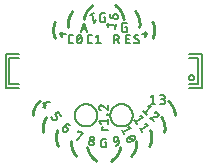
<source format=gto>
G75*
%MOIN*%
%OFA0B0*%
%FSLAX25Y25*%
%IPPOS*%
%LPD*%
%AMOC8*
5,1,8,0,0,1.08239X$1,22.5*
%
%ADD10C,0.00600*%
%ADD11C,0.00787*%
%ADD12C,0.00500*%
%ADD13C,0.01000*%
D10*
X0041045Y0043964D02*
X0041559Y0044600D01*
X0042322Y0043982D01*
X0041559Y0044599D02*
X0041606Y0044653D01*
X0041654Y0044704D01*
X0041706Y0044753D01*
X0041760Y0044798D01*
X0041817Y0044841D01*
X0041876Y0044881D01*
X0041936Y0044917D01*
X0041999Y0044950D01*
X0042063Y0044979D01*
X0042129Y0045005D01*
X0042197Y0045028D01*
X0042265Y0045046D01*
X0042334Y0045061D01*
X0042404Y0045073D01*
X0042475Y0045080D01*
X0042545Y0045084D01*
X0042616Y0045083D01*
X0042687Y0045079D01*
X0042757Y0045071D01*
X0042827Y0045060D01*
X0042896Y0045044D01*
X0042964Y0045025D01*
X0043031Y0045002D01*
X0043097Y0044976D01*
X0043161Y0044946D01*
X0043224Y0044912D01*
X0043284Y0044876D01*
X0043343Y0044836D01*
X0043399Y0044793D01*
X0042322Y0043982D02*
X0042358Y0043950D01*
X0042393Y0043915D01*
X0042424Y0043878D01*
X0042453Y0043838D01*
X0042479Y0043797D01*
X0042501Y0043753D01*
X0042521Y0043708D01*
X0042536Y0043662D01*
X0042549Y0043615D01*
X0042557Y0043567D01*
X0042563Y0043518D01*
X0042564Y0043469D01*
X0042562Y0043420D01*
X0042556Y0043372D01*
X0042546Y0043324D01*
X0042533Y0043277D01*
X0042517Y0043231D01*
X0042497Y0043186D01*
X0042474Y0043143D01*
X0042448Y0043102D01*
X0042418Y0043062D01*
X0042315Y0042935D01*
X0042316Y0042935D02*
X0042279Y0042893D01*
X0042240Y0042853D01*
X0042198Y0042817D01*
X0042153Y0042783D01*
X0042107Y0042752D01*
X0042058Y0042725D01*
X0042008Y0042700D01*
X0041956Y0042680D01*
X0041902Y0042663D01*
X0041848Y0042649D01*
X0041793Y0042640D01*
X0041738Y0042634D01*
X0041682Y0042632D01*
X0041626Y0042634D01*
X0041570Y0042639D01*
X0041515Y0042649D01*
X0041461Y0042662D01*
X0041408Y0042679D01*
X0041356Y0042699D01*
X0041305Y0042723D01*
X0041257Y0042750D01*
X0041210Y0042781D01*
X0041165Y0042814D01*
X0041123Y0042851D01*
X0041083Y0042890D01*
X0041047Y0042932D01*
X0041013Y0042977D01*
X0040982Y0043023D01*
X0040955Y0043072D01*
X0040930Y0043122D01*
X0040910Y0043174D01*
X0040893Y0043228D01*
X0040879Y0043282D01*
X0040870Y0043337D01*
X0040864Y0043392D01*
X0040862Y0043448D01*
X0040864Y0043504D01*
X0040869Y0043560D01*
X0040879Y0043615D01*
X0040892Y0043669D01*
X0040909Y0043722D01*
X0040929Y0043774D01*
X0040953Y0043825D01*
X0040980Y0043873D01*
X0041011Y0043920D01*
X0041044Y0043965D01*
X0038880Y0046697D02*
X0038623Y0046495D01*
X0038623Y0046496D02*
X0038583Y0046467D01*
X0038541Y0046441D01*
X0038498Y0046419D01*
X0038453Y0046400D01*
X0038407Y0046384D01*
X0038359Y0046372D01*
X0038311Y0046363D01*
X0038262Y0046358D01*
X0038213Y0046357D01*
X0038165Y0046359D01*
X0038116Y0046365D01*
X0038068Y0046375D01*
X0038021Y0046388D01*
X0037975Y0046405D01*
X0037930Y0046425D01*
X0037887Y0046448D01*
X0037846Y0046474D01*
X0037807Y0046504D01*
X0037770Y0046536D01*
X0037736Y0046571D01*
X0037705Y0046608D01*
X0037101Y0047381D01*
X0038881Y0046697D02*
X0038918Y0046728D01*
X0038953Y0046762D01*
X0038985Y0046799D01*
X0039015Y0046838D01*
X0039041Y0046879D01*
X0039064Y0046922D01*
X0039084Y0046967D01*
X0039101Y0047013D01*
X0039114Y0047060D01*
X0039124Y0047108D01*
X0039130Y0047157D01*
X0039132Y0047205D01*
X0039131Y0047254D01*
X0039126Y0047303D01*
X0039117Y0047351D01*
X0039105Y0047399D01*
X0039089Y0047445D01*
X0039070Y0047490D01*
X0039048Y0047533D01*
X0039022Y0047575D01*
X0038993Y0047615D01*
X0038389Y0048388D01*
X0039420Y0049193D01*
X0040427Y0047905D01*
X0036626Y0052632D02*
X0034316Y0052053D01*
X0035134Y0050637D01*
X0035455Y0051389D02*
X0034322Y0050735D01*
X0045603Y0039773D02*
X0047547Y0042130D01*
X0046053Y0042795D01*
X0045920Y0042496D01*
X0050071Y0040446D02*
X0050064Y0040396D01*
X0050061Y0040346D01*
X0050062Y0040296D01*
X0050067Y0040246D01*
X0050075Y0040197D01*
X0050087Y0040148D01*
X0050103Y0040100D01*
X0050123Y0040054D01*
X0050146Y0040010D01*
X0050172Y0039967D01*
X0050202Y0039927D01*
X0050234Y0039889D01*
X0050270Y0039853D01*
X0050308Y0039820D01*
X0050348Y0039791D01*
X0050390Y0039764D01*
X0050435Y0039741D01*
X0050481Y0039721D01*
X0050528Y0039705D01*
X0050577Y0039693D01*
X0050626Y0039684D01*
X0050676Y0039679D01*
X0050726Y0039678D01*
X0050776Y0039681D01*
X0050826Y0039687D01*
X0050875Y0039698D01*
X0050923Y0039712D01*
X0050970Y0039730D01*
X0051015Y0039751D01*
X0051059Y0039776D01*
X0051100Y0039804D01*
X0051140Y0039835D01*
X0051176Y0039869D01*
X0051211Y0039905D01*
X0051242Y0039944D01*
X0051270Y0039986D01*
X0051295Y0040029D01*
X0051316Y0040075D01*
X0051334Y0040121D01*
X0051348Y0040169D01*
X0051359Y0040218D01*
X0051366Y0040268D01*
X0051369Y0040318D01*
X0051368Y0040368D01*
X0051363Y0040418D01*
X0051355Y0040467D01*
X0051343Y0040516D01*
X0051327Y0040564D01*
X0051307Y0040610D01*
X0051284Y0040654D01*
X0051258Y0040697D01*
X0051228Y0040737D01*
X0051196Y0040775D01*
X0051160Y0040811D01*
X0051122Y0040844D01*
X0051082Y0040873D01*
X0051040Y0040900D01*
X0050995Y0040923D01*
X0050949Y0040943D01*
X0050902Y0040959D01*
X0050853Y0040971D01*
X0050804Y0040980D01*
X0050754Y0040985D01*
X0050704Y0040986D01*
X0050654Y0040983D01*
X0050604Y0040977D01*
X0050555Y0040966D01*
X0050507Y0040952D01*
X0050460Y0040934D01*
X0050415Y0040913D01*
X0050371Y0040888D01*
X0050330Y0040860D01*
X0050290Y0040829D01*
X0050254Y0040795D01*
X0050219Y0040759D01*
X0050188Y0040720D01*
X0050160Y0040678D01*
X0050135Y0040635D01*
X0050114Y0040589D01*
X0050096Y0040543D01*
X0050082Y0040495D01*
X0050071Y0040446D01*
X0049653Y0039025D02*
X0049646Y0038970D01*
X0049642Y0038914D01*
X0049641Y0038858D01*
X0049645Y0038802D01*
X0049652Y0038747D01*
X0049664Y0038692D01*
X0049678Y0038639D01*
X0049697Y0038586D01*
X0049719Y0038534D01*
X0049744Y0038485D01*
X0049773Y0038437D01*
X0049805Y0038391D01*
X0049840Y0038348D01*
X0049878Y0038307D01*
X0049919Y0038269D01*
X0049962Y0038233D01*
X0050008Y0038201D01*
X0050055Y0038172D01*
X0050105Y0038146D01*
X0050156Y0038123D01*
X0050209Y0038104D01*
X0050262Y0038089D01*
X0050317Y0038077D01*
X0050372Y0038070D01*
X0050428Y0038066D01*
X0050484Y0038065D01*
X0050540Y0038069D01*
X0050595Y0038076D01*
X0050650Y0038088D01*
X0050703Y0038102D01*
X0050756Y0038121D01*
X0050808Y0038143D01*
X0050857Y0038168D01*
X0050905Y0038197D01*
X0050951Y0038229D01*
X0050994Y0038264D01*
X0051035Y0038302D01*
X0051073Y0038343D01*
X0051109Y0038386D01*
X0051141Y0038432D01*
X0051170Y0038479D01*
X0051196Y0038529D01*
X0051219Y0038580D01*
X0051238Y0038633D01*
X0051253Y0038686D01*
X0051265Y0038741D01*
X0051273Y0038798D01*
X0051277Y0038854D01*
X0051277Y0038912D01*
X0051273Y0038969D01*
X0051265Y0039025D01*
X0051253Y0039081D01*
X0051237Y0039136D01*
X0051217Y0039189D01*
X0051194Y0039242D01*
X0051167Y0039292D01*
X0051137Y0039340D01*
X0051104Y0039387D01*
X0051067Y0039430D01*
X0051027Y0039471D01*
X0050985Y0039510D01*
X0050940Y0039545D01*
X0050892Y0039577D01*
X0050843Y0039605D01*
X0050792Y0039630D01*
X0050739Y0039652D01*
X0050684Y0039669D01*
X0050629Y0039683D01*
X0050573Y0039693D01*
X0050516Y0039699D01*
X0050459Y0039701D01*
X0050402Y0039699D01*
X0050345Y0039693D01*
X0050289Y0039683D01*
X0050234Y0039669D01*
X0050179Y0039652D01*
X0050126Y0039630D01*
X0050075Y0039605D01*
X0050026Y0039577D01*
X0049978Y0039545D01*
X0049933Y0039510D01*
X0049891Y0039471D01*
X0049851Y0039430D01*
X0049814Y0039387D01*
X0049781Y0039340D01*
X0049751Y0039292D01*
X0049724Y0039242D01*
X0049701Y0039189D01*
X0049681Y0039136D01*
X0049665Y0039081D01*
X0049653Y0039025D01*
X0053779Y0039666D02*
X0053779Y0038031D01*
X0053781Y0037982D01*
X0053786Y0037934D01*
X0053795Y0037885D01*
X0053808Y0037838D01*
X0053824Y0037792D01*
X0053844Y0037747D01*
X0053867Y0037704D01*
X0053893Y0037663D01*
X0053922Y0037623D01*
X0053954Y0037586D01*
X0053988Y0037552D01*
X0054025Y0037520D01*
X0054065Y0037491D01*
X0054106Y0037465D01*
X0054149Y0037442D01*
X0054194Y0037422D01*
X0054240Y0037406D01*
X0054287Y0037393D01*
X0054336Y0037384D01*
X0054384Y0037379D01*
X0054433Y0037377D01*
X0055414Y0037377D01*
X0055414Y0039012D01*
X0054923Y0039012D01*
X0053779Y0039666D02*
X0053781Y0039715D01*
X0053786Y0039763D01*
X0053795Y0039812D01*
X0053808Y0039859D01*
X0053824Y0039905D01*
X0053844Y0039950D01*
X0053867Y0039993D01*
X0053893Y0040034D01*
X0053922Y0040074D01*
X0053954Y0040111D01*
X0053988Y0040145D01*
X0054025Y0040177D01*
X0054065Y0040206D01*
X0054106Y0040232D01*
X0054149Y0040255D01*
X0054194Y0040275D01*
X0054240Y0040291D01*
X0054287Y0040304D01*
X0054336Y0040313D01*
X0054384Y0040318D01*
X0054433Y0040320D01*
X0055414Y0040320D01*
X0057898Y0040029D02*
X0057927Y0039868D01*
X0057937Y0039821D01*
X0057951Y0039774D01*
X0057968Y0039728D01*
X0057989Y0039684D01*
X0058013Y0039641D01*
X0058040Y0039600D01*
X0058070Y0039562D01*
X0058103Y0039525D01*
X0058138Y0039492D01*
X0058176Y0039461D01*
X0058216Y0039433D01*
X0058258Y0039408D01*
X0058302Y0039386D01*
X0058347Y0039367D01*
X0058394Y0039352D01*
X0058441Y0039341D01*
X0058490Y0039333D01*
X0058538Y0039329D01*
X0058587Y0039328D01*
X0058636Y0039331D01*
X0058685Y0039338D01*
X0058684Y0039338D02*
X0059651Y0039508D01*
X0059509Y0040313D01*
X0059510Y0040313D02*
X0059498Y0040368D01*
X0059483Y0040421D01*
X0059464Y0040474D01*
X0059441Y0040525D01*
X0059415Y0040575D01*
X0059386Y0040622D01*
X0059354Y0040668D01*
X0059319Y0040711D01*
X0059280Y0040752D01*
X0059239Y0040790D01*
X0059196Y0040825D01*
X0059150Y0040857D01*
X0059102Y0040886D01*
X0059053Y0040911D01*
X0059001Y0040933D01*
X0058949Y0040952D01*
X0058895Y0040966D01*
X0058840Y0040978D01*
X0058785Y0040985D01*
X0058729Y0040989D01*
X0058673Y0040988D01*
X0058617Y0040984D01*
X0058562Y0040977D01*
X0058507Y0040965D01*
X0058454Y0040950D01*
X0058401Y0040931D01*
X0058350Y0040908D01*
X0058300Y0040882D01*
X0058253Y0040853D01*
X0058207Y0040821D01*
X0058164Y0040785D01*
X0058123Y0040747D01*
X0058085Y0040706D01*
X0058050Y0040663D01*
X0058018Y0040617D01*
X0057989Y0040569D01*
X0057964Y0040520D01*
X0057942Y0040468D01*
X0057923Y0040415D01*
X0057909Y0040362D01*
X0057897Y0040307D01*
X0057890Y0040252D01*
X0057886Y0040196D01*
X0057887Y0040140D01*
X0057891Y0040084D01*
X0057898Y0040029D01*
X0059650Y0039508D02*
X0059661Y0039438D01*
X0059667Y0039368D01*
X0059670Y0039297D01*
X0059669Y0039226D01*
X0059664Y0039155D01*
X0059655Y0039085D01*
X0059643Y0039015D01*
X0059626Y0038946D01*
X0059606Y0038878D01*
X0059583Y0038812D01*
X0059556Y0038746D01*
X0059525Y0038682D01*
X0059491Y0038620D01*
X0059453Y0038560D01*
X0059413Y0038502D01*
X0059369Y0038446D01*
X0059322Y0038393D01*
X0059273Y0038342D01*
X0059221Y0038294D01*
X0059166Y0038249D01*
X0059109Y0038207D01*
X0059050Y0038168D01*
X0058989Y0038133D01*
X0058925Y0038101D01*
X0058861Y0038072D01*
X0058795Y0038047D01*
X0058727Y0038025D01*
X0058659Y0038007D01*
X0058589Y0037993D01*
X0061308Y0041785D02*
X0060643Y0043279D01*
X0060975Y0042532D02*
X0063664Y0043729D01*
X0062734Y0044210D01*
X0064820Y0040127D02*
X0064760Y0040058D01*
X0064697Y0039991D01*
X0064632Y0039927D01*
X0064564Y0039865D01*
X0064494Y0039806D01*
X0064422Y0039749D01*
X0064348Y0039695D01*
X0064272Y0039644D01*
X0064194Y0039596D01*
X0064114Y0039551D01*
X0064032Y0039510D01*
X0063949Y0039471D01*
X0063284Y0040963D02*
X0063201Y0040925D01*
X0063119Y0040883D01*
X0063039Y0040838D01*
X0062961Y0040790D01*
X0062885Y0040739D01*
X0062811Y0040685D01*
X0062739Y0040628D01*
X0062669Y0040569D01*
X0062601Y0040507D01*
X0062536Y0040443D01*
X0062473Y0040376D01*
X0062413Y0040307D01*
X0062604Y0040482D02*
X0064629Y0039952D01*
X0064961Y0040816D02*
X0064940Y0040858D01*
X0064916Y0040898D01*
X0064889Y0040937D01*
X0064859Y0040973D01*
X0064827Y0041007D01*
X0064792Y0041038D01*
X0064754Y0041066D01*
X0064715Y0041091D01*
X0064673Y0041114D01*
X0064630Y0041133D01*
X0064586Y0041148D01*
X0064541Y0041160D01*
X0064495Y0041169D01*
X0064448Y0041174D01*
X0064401Y0041175D01*
X0064354Y0041173D01*
X0064961Y0040816D02*
X0064978Y0040773D01*
X0064992Y0040728D01*
X0065003Y0040682D01*
X0065009Y0040636D01*
X0065013Y0040589D01*
X0065012Y0040542D01*
X0065008Y0040495D01*
X0065001Y0040449D01*
X0064990Y0040403D01*
X0064975Y0040359D01*
X0064957Y0040316D01*
X0064936Y0040274D01*
X0064911Y0040234D01*
X0064883Y0040196D01*
X0064853Y0040160D01*
X0064820Y0040127D01*
X0064355Y0041172D02*
X0064264Y0041173D01*
X0064172Y0041171D01*
X0064080Y0041165D01*
X0063989Y0041157D01*
X0063898Y0041144D01*
X0063808Y0041128D01*
X0063718Y0041109D01*
X0063630Y0041087D01*
X0063542Y0041061D01*
X0063455Y0041032D01*
X0063369Y0040999D01*
X0063285Y0040963D01*
X0063949Y0039471D02*
X0063865Y0039435D01*
X0063779Y0039403D01*
X0063692Y0039373D01*
X0063604Y0039347D01*
X0063516Y0039325D01*
X0063426Y0039306D01*
X0063336Y0039290D01*
X0063245Y0039277D01*
X0063154Y0039268D01*
X0063062Y0039263D01*
X0062970Y0039261D01*
X0062879Y0039262D01*
X0062272Y0039619D02*
X0062255Y0039662D01*
X0062241Y0039707D01*
X0062230Y0039753D01*
X0062224Y0039799D01*
X0062220Y0039846D01*
X0062221Y0039893D01*
X0062225Y0039940D01*
X0062232Y0039986D01*
X0062243Y0040032D01*
X0062258Y0040076D01*
X0062276Y0040119D01*
X0062297Y0040161D01*
X0062322Y0040201D01*
X0062350Y0040239D01*
X0062380Y0040275D01*
X0062413Y0040308D01*
X0062272Y0039619D02*
X0062293Y0039577D01*
X0062317Y0039537D01*
X0062344Y0039498D01*
X0062374Y0039462D01*
X0062406Y0039428D01*
X0062441Y0039397D01*
X0062479Y0039369D01*
X0062518Y0039344D01*
X0062560Y0039321D01*
X0062603Y0039302D01*
X0062647Y0039287D01*
X0062692Y0039275D01*
X0062738Y0039266D01*
X0062785Y0039261D01*
X0062832Y0039260D01*
X0062879Y0039262D01*
X0067491Y0042426D02*
X0066553Y0043766D01*
X0067022Y0043096D02*
X0069433Y0044784D01*
X0068428Y0045079D01*
X0067604Y0047396D02*
X0066599Y0047691D01*
X0067604Y0047396D02*
X0065193Y0045708D01*
X0064724Y0046378D02*
X0065662Y0045038D01*
X0068871Y0048301D02*
X0067656Y0049395D01*
X0068264Y0048848D02*
X0070233Y0051035D01*
X0069188Y0051096D01*
X0070208Y0051875D02*
X0071843Y0051875D01*
X0071026Y0051875D02*
X0071026Y0054818D01*
X0070208Y0054164D01*
X0073397Y0054818D02*
X0074378Y0054818D01*
X0074428Y0054816D01*
X0074478Y0054810D01*
X0074527Y0054801D01*
X0074575Y0054788D01*
X0074622Y0054771D01*
X0074668Y0054750D01*
X0074712Y0054726D01*
X0074754Y0054699D01*
X0074794Y0054669D01*
X0074832Y0054635D01*
X0074866Y0054599D01*
X0074898Y0054560D01*
X0074927Y0054519D01*
X0074953Y0054476D01*
X0074975Y0054432D01*
X0074994Y0054385D01*
X0075009Y0054337D01*
X0075020Y0054289D01*
X0075028Y0054239D01*
X0075032Y0054189D01*
X0075032Y0054139D01*
X0075028Y0054089D01*
X0075020Y0054039D01*
X0075009Y0053991D01*
X0074994Y0053943D01*
X0074975Y0053896D01*
X0074953Y0053852D01*
X0074927Y0053809D01*
X0074898Y0053768D01*
X0074866Y0053729D01*
X0074832Y0053693D01*
X0074794Y0053659D01*
X0074754Y0053629D01*
X0074712Y0053602D01*
X0074668Y0053578D01*
X0074622Y0053557D01*
X0074575Y0053540D01*
X0074527Y0053527D01*
X0074478Y0053518D01*
X0074428Y0053512D01*
X0074378Y0053510D01*
X0073724Y0053510D01*
X0074215Y0053510D02*
X0074271Y0053508D01*
X0074326Y0053502D01*
X0074381Y0053493D01*
X0074436Y0053480D01*
X0074489Y0053463D01*
X0074541Y0053442D01*
X0074591Y0053418D01*
X0074640Y0053391D01*
X0074687Y0053360D01*
X0074731Y0053327D01*
X0074773Y0053290D01*
X0074813Y0053250D01*
X0074850Y0053208D01*
X0074883Y0053164D01*
X0074914Y0053117D01*
X0074941Y0053068D01*
X0074965Y0053018D01*
X0074986Y0052966D01*
X0075003Y0052913D01*
X0075016Y0052858D01*
X0075025Y0052803D01*
X0075031Y0052748D01*
X0075033Y0052692D01*
X0075031Y0052636D01*
X0075025Y0052581D01*
X0075016Y0052526D01*
X0075003Y0052471D01*
X0074986Y0052418D01*
X0074965Y0052366D01*
X0074941Y0052316D01*
X0074914Y0052267D01*
X0074883Y0052220D01*
X0074850Y0052176D01*
X0074813Y0052134D01*
X0074773Y0052094D01*
X0074731Y0052057D01*
X0074687Y0052024D01*
X0074640Y0051993D01*
X0074591Y0051966D01*
X0074541Y0051942D01*
X0074489Y0051921D01*
X0074436Y0051904D01*
X0074381Y0051891D01*
X0074326Y0051882D01*
X0074271Y0051876D01*
X0074215Y0051874D01*
X0074215Y0051875D02*
X0073397Y0051875D01*
X0072718Y0047807D02*
X0072681Y0047769D01*
X0072642Y0047733D01*
X0072600Y0047700D01*
X0072556Y0047670D01*
X0072510Y0047643D01*
X0072462Y0047619D01*
X0072413Y0047598D01*
X0072363Y0047581D01*
X0072311Y0047567D01*
X0072259Y0047556D01*
X0072206Y0047550D01*
X0072153Y0047546D01*
X0070026Y0047261D01*
X0071241Y0046167D01*
X0071558Y0048962D02*
X0071610Y0048990D01*
X0071664Y0049015D01*
X0071720Y0049036D01*
X0071776Y0049054D01*
X0071834Y0049068D01*
X0071892Y0049079D01*
X0071951Y0049086D01*
X0072011Y0049089D01*
X0072070Y0049088D01*
X0072129Y0049084D01*
X0072188Y0049076D01*
X0072246Y0049064D01*
X0072304Y0049049D01*
X0072360Y0049030D01*
X0072415Y0049007D01*
X0072469Y0048982D01*
X0072520Y0048952D01*
X0072570Y0048920D01*
X0072618Y0048885D01*
X0072663Y0048846D01*
X0072663Y0048847D02*
X0072701Y0048810D01*
X0072736Y0048771D01*
X0072768Y0048730D01*
X0072798Y0048686D01*
X0072824Y0048640D01*
X0072846Y0048593D01*
X0072865Y0048544D01*
X0072881Y0048494D01*
X0072893Y0048443D01*
X0072901Y0048391D01*
X0072906Y0048339D01*
X0072907Y0048286D01*
X0072904Y0048234D01*
X0072897Y0048181D01*
X0072887Y0048130D01*
X0072873Y0048079D01*
X0072856Y0048030D01*
X0072835Y0047982D01*
X0072810Y0047935D01*
X0072782Y0047890D01*
X0072752Y0047848D01*
X0072718Y0047808D01*
X0055871Y0048304D02*
X0055871Y0048468D01*
X0055708Y0048468D01*
X0055708Y0048304D01*
X0055871Y0048304D01*
X0055871Y0046971D02*
X0055871Y0045336D01*
X0055871Y0046154D02*
X0052928Y0046154D01*
X0053582Y0045336D01*
X0053909Y0044171D02*
X0054236Y0044171D01*
X0053909Y0044171D02*
X0053909Y0043190D01*
X0055871Y0043190D01*
X0055871Y0049801D02*
X0055871Y0051436D01*
X0055871Y0049801D02*
X0054236Y0051191D01*
X0052928Y0050700D02*
X0052930Y0050641D01*
X0052935Y0050581D01*
X0052945Y0050523D01*
X0052958Y0050465D01*
X0052974Y0050408D01*
X0052994Y0050352D01*
X0053018Y0050297D01*
X0053045Y0050244D01*
X0053075Y0050193D01*
X0053109Y0050144D01*
X0053145Y0050097D01*
X0053185Y0050053D01*
X0053227Y0050011D01*
X0053271Y0049971D01*
X0053318Y0049935D01*
X0053367Y0049902D01*
X0053418Y0049872D01*
X0053471Y0049845D01*
X0053526Y0049821D01*
X0053582Y0049801D01*
X0054236Y0051191D02*
X0054198Y0051228D01*
X0054158Y0051263D01*
X0054115Y0051295D01*
X0054070Y0051324D01*
X0054023Y0051349D01*
X0053975Y0051372D01*
X0053926Y0051391D01*
X0053875Y0051407D01*
X0053823Y0051420D01*
X0053770Y0051429D01*
X0053717Y0051434D01*
X0053664Y0051436D01*
X0053611Y0051434D01*
X0053559Y0051429D01*
X0053508Y0051419D01*
X0053457Y0051406D01*
X0053407Y0051390D01*
X0053358Y0051369D01*
X0053311Y0051346D01*
X0053266Y0051319D01*
X0053223Y0051289D01*
X0053182Y0051256D01*
X0053144Y0051220D01*
X0053108Y0051182D01*
X0053075Y0051141D01*
X0053045Y0051098D01*
X0053018Y0051053D01*
X0052995Y0051006D01*
X0052974Y0050957D01*
X0052958Y0050907D01*
X0052945Y0050856D01*
X0052935Y0050805D01*
X0052930Y0050753D01*
X0052928Y0050700D01*
X0052783Y0072022D02*
X0052783Y0074966D01*
X0051965Y0074312D01*
X0050601Y0074966D02*
X0049947Y0074966D01*
X0049898Y0074964D01*
X0049850Y0074959D01*
X0049801Y0074950D01*
X0049754Y0074937D01*
X0049708Y0074921D01*
X0049663Y0074901D01*
X0049620Y0074878D01*
X0049579Y0074852D01*
X0049539Y0074823D01*
X0049502Y0074791D01*
X0049468Y0074757D01*
X0049436Y0074720D01*
X0049407Y0074680D01*
X0049381Y0074639D01*
X0049358Y0074596D01*
X0049338Y0074551D01*
X0049322Y0074505D01*
X0049309Y0074458D01*
X0049300Y0074409D01*
X0049295Y0074361D01*
X0049293Y0074312D01*
X0049293Y0072677D01*
X0049295Y0072628D01*
X0049300Y0072580D01*
X0049309Y0072531D01*
X0049322Y0072484D01*
X0049338Y0072438D01*
X0049358Y0072393D01*
X0049381Y0072350D01*
X0049407Y0072309D01*
X0049436Y0072269D01*
X0049468Y0072232D01*
X0049502Y0072198D01*
X0049539Y0072166D01*
X0049579Y0072137D01*
X0049620Y0072111D01*
X0049663Y0072088D01*
X0049708Y0072068D01*
X0049754Y0072052D01*
X0049801Y0072039D01*
X0049850Y0072030D01*
X0049898Y0072025D01*
X0049947Y0072023D01*
X0049947Y0072022D02*
X0050601Y0072022D01*
X0051965Y0072022D02*
X0053600Y0072022D01*
X0057913Y0072022D02*
X0057913Y0074966D01*
X0058730Y0074966D01*
X0058786Y0074964D01*
X0058841Y0074958D01*
X0058896Y0074949D01*
X0058951Y0074936D01*
X0059004Y0074919D01*
X0059056Y0074898D01*
X0059106Y0074874D01*
X0059155Y0074847D01*
X0059202Y0074816D01*
X0059246Y0074783D01*
X0059288Y0074746D01*
X0059328Y0074706D01*
X0059365Y0074664D01*
X0059398Y0074620D01*
X0059429Y0074573D01*
X0059456Y0074524D01*
X0059480Y0074474D01*
X0059501Y0074422D01*
X0059518Y0074369D01*
X0059531Y0074314D01*
X0059540Y0074259D01*
X0059546Y0074204D01*
X0059548Y0074148D01*
X0059546Y0074092D01*
X0059540Y0074037D01*
X0059531Y0073982D01*
X0059518Y0073927D01*
X0059501Y0073874D01*
X0059480Y0073822D01*
X0059456Y0073772D01*
X0059429Y0073723D01*
X0059398Y0073676D01*
X0059365Y0073632D01*
X0059328Y0073590D01*
X0059288Y0073550D01*
X0059246Y0073513D01*
X0059202Y0073480D01*
X0059155Y0073449D01*
X0059106Y0073422D01*
X0059056Y0073398D01*
X0059004Y0073377D01*
X0058951Y0073360D01*
X0058896Y0073347D01*
X0058841Y0073338D01*
X0058786Y0073332D01*
X0058730Y0073330D01*
X0058730Y0073331D02*
X0057913Y0073331D01*
X0058894Y0073331D02*
X0059548Y0072022D01*
X0062154Y0072022D02*
X0062154Y0074966D01*
X0063462Y0074966D01*
X0063135Y0073658D02*
X0062154Y0073658D01*
X0062154Y0072022D02*
X0063462Y0072022D01*
X0066003Y0073249D02*
X0066045Y0073223D01*
X0066084Y0073193D01*
X0066121Y0073161D01*
X0066156Y0073126D01*
X0066188Y0073088D01*
X0066217Y0073048D01*
X0066243Y0073006D01*
X0066265Y0072963D01*
X0066285Y0072918D01*
X0066301Y0072871D01*
X0066314Y0072824D01*
X0066323Y0072775D01*
X0066328Y0072726D01*
X0066330Y0072677D01*
X0066328Y0072628D01*
X0066323Y0072580D01*
X0066314Y0072531D01*
X0066301Y0072484D01*
X0066285Y0072438D01*
X0066265Y0072393D01*
X0066242Y0072350D01*
X0066216Y0072309D01*
X0066187Y0072269D01*
X0066155Y0072232D01*
X0066121Y0072198D01*
X0066084Y0072166D01*
X0066044Y0072137D01*
X0066003Y0072111D01*
X0065960Y0072088D01*
X0065915Y0072068D01*
X0065869Y0072052D01*
X0065822Y0072039D01*
X0065773Y0072030D01*
X0065725Y0072025D01*
X0065676Y0072023D01*
X0066003Y0073249D02*
X0065104Y0073739D01*
X0065431Y0074965D02*
X0065497Y0074963D01*
X0065562Y0074958D01*
X0065627Y0074949D01*
X0065692Y0074937D01*
X0065756Y0074921D01*
X0065819Y0074902D01*
X0065880Y0074880D01*
X0065941Y0074854D01*
X0066000Y0074825D01*
X0066057Y0074793D01*
X0066113Y0074758D01*
X0066167Y0074720D01*
X0065104Y0073740D02*
X0065062Y0073766D01*
X0065023Y0073796D01*
X0064986Y0073828D01*
X0064951Y0073863D01*
X0064920Y0073901D01*
X0064890Y0073941D01*
X0064864Y0073983D01*
X0064842Y0074026D01*
X0064822Y0074071D01*
X0064806Y0074118D01*
X0064793Y0074165D01*
X0064784Y0074214D01*
X0064779Y0074263D01*
X0064777Y0074312D01*
X0064779Y0074361D01*
X0064784Y0074409D01*
X0064793Y0074458D01*
X0064806Y0074505D01*
X0064822Y0074551D01*
X0064842Y0074596D01*
X0064865Y0074639D01*
X0064891Y0074680D01*
X0064920Y0074720D01*
X0064952Y0074757D01*
X0064986Y0074791D01*
X0065023Y0074823D01*
X0065063Y0074852D01*
X0065104Y0074878D01*
X0065147Y0074901D01*
X0065192Y0074921D01*
X0065238Y0074937D01*
X0065285Y0074950D01*
X0065334Y0074959D01*
X0065382Y0074964D01*
X0065431Y0074966D01*
X0064695Y0072431D02*
X0064747Y0072381D01*
X0064802Y0072333D01*
X0064860Y0072289D01*
X0064920Y0072247D01*
X0064982Y0072209D01*
X0065046Y0072174D01*
X0065111Y0072143D01*
X0065178Y0072115D01*
X0065247Y0072090D01*
X0065316Y0072070D01*
X0065387Y0072053D01*
X0065459Y0072039D01*
X0065531Y0072030D01*
X0065603Y0072024D01*
X0065676Y0072022D01*
X0062304Y0075959D02*
X0061323Y0075959D01*
X0061323Y0075960D02*
X0061274Y0075962D01*
X0061226Y0075967D01*
X0061177Y0075976D01*
X0061130Y0075989D01*
X0061084Y0076005D01*
X0061039Y0076025D01*
X0060996Y0076048D01*
X0060955Y0076074D01*
X0060915Y0076103D01*
X0060878Y0076135D01*
X0060844Y0076169D01*
X0060812Y0076206D01*
X0060783Y0076246D01*
X0060757Y0076287D01*
X0060734Y0076330D01*
X0060714Y0076375D01*
X0060698Y0076421D01*
X0060685Y0076468D01*
X0060676Y0076517D01*
X0060671Y0076565D01*
X0060669Y0076614D01*
X0060669Y0078249D01*
X0060671Y0078298D01*
X0060676Y0078346D01*
X0060685Y0078395D01*
X0060698Y0078442D01*
X0060714Y0078488D01*
X0060734Y0078533D01*
X0060757Y0078576D01*
X0060783Y0078617D01*
X0060812Y0078657D01*
X0060844Y0078694D01*
X0060878Y0078728D01*
X0060915Y0078760D01*
X0060955Y0078789D01*
X0060996Y0078815D01*
X0061039Y0078838D01*
X0061084Y0078858D01*
X0061130Y0078874D01*
X0061177Y0078887D01*
X0061226Y0078896D01*
X0061274Y0078901D01*
X0061323Y0078903D01*
X0062304Y0078903D01*
X0062304Y0077595D02*
X0061813Y0077595D01*
X0062304Y0077595D02*
X0062304Y0075959D01*
X0058346Y0076886D02*
X0058770Y0078465D01*
X0058558Y0077675D02*
X0055715Y0078437D01*
X0056135Y0077478D01*
X0055020Y0079109D02*
X0054039Y0079109D01*
X0053990Y0079111D01*
X0053942Y0079116D01*
X0053893Y0079125D01*
X0053846Y0079138D01*
X0053800Y0079154D01*
X0053755Y0079174D01*
X0053712Y0079197D01*
X0053671Y0079223D01*
X0053631Y0079252D01*
X0053594Y0079284D01*
X0053560Y0079318D01*
X0053528Y0079355D01*
X0053499Y0079395D01*
X0053473Y0079436D01*
X0053450Y0079479D01*
X0053430Y0079524D01*
X0053414Y0079570D01*
X0053401Y0079617D01*
X0053392Y0079666D01*
X0053387Y0079714D01*
X0053385Y0079763D01*
X0053385Y0081398D01*
X0053387Y0081447D01*
X0053392Y0081495D01*
X0053401Y0081544D01*
X0053414Y0081591D01*
X0053430Y0081637D01*
X0053450Y0081682D01*
X0053473Y0081725D01*
X0053499Y0081766D01*
X0053528Y0081806D01*
X0053560Y0081843D01*
X0053594Y0081877D01*
X0053631Y0081909D01*
X0053671Y0081938D01*
X0053712Y0081964D01*
X0053755Y0081987D01*
X0053800Y0082007D01*
X0053846Y0082023D01*
X0053893Y0082036D01*
X0053942Y0082045D01*
X0053990Y0082050D01*
X0054039Y0082052D01*
X0055020Y0082052D01*
X0055020Y0080744D02*
X0055020Y0079109D01*
X0055020Y0080744D02*
X0054530Y0080744D01*
X0057592Y0080389D02*
X0058382Y0080178D01*
X0058382Y0080177D02*
X0058438Y0080164D01*
X0058494Y0080155D01*
X0058551Y0080150D01*
X0058608Y0080149D01*
X0058665Y0080152D01*
X0058722Y0080159D01*
X0058778Y0080170D01*
X0058833Y0080185D01*
X0058887Y0080203D01*
X0058940Y0080226D01*
X0058991Y0080252D01*
X0059040Y0080281D01*
X0059086Y0080314D01*
X0059131Y0080350D01*
X0059172Y0080389D01*
X0059211Y0080430D01*
X0059247Y0080475D01*
X0059280Y0080521D01*
X0059309Y0080570D01*
X0059335Y0080621D01*
X0059358Y0080674D01*
X0059376Y0080728D01*
X0059391Y0080783D01*
X0059402Y0080839D01*
X0059409Y0080896D01*
X0059412Y0080953D01*
X0059411Y0081010D01*
X0059406Y0081067D01*
X0059397Y0081123D01*
X0059384Y0081179D01*
X0059367Y0081233D01*
X0059347Y0081287D01*
X0059323Y0081338D01*
X0059295Y0081388D01*
X0059264Y0081436D01*
X0059230Y0081482D01*
X0059192Y0081525D01*
X0059152Y0081565D01*
X0059109Y0081603D01*
X0059063Y0081637D01*
X0059015Y0081668D01*
X0058965Y0081696D01*
X0058914Y0081720D01*
X0058860Y0081740D01*
X0058806Y0081757D01*
X0058805Y0081757D02*
X0058647Y0081799D01*
X0058647Y0081800D02*
X0058600Y0081811D01*
X0058551Y0081818D01*
X0058502Y0081822D01*
X0058454Y0081822D01*
X0058405Y0081818D01*
X0058356Y0081811D01*
X0058309Y0081800D01*
X0058262Y0081785D01*
X0058216Y0081767D01*
X0058172Y0081746D01*
X0058130Y0081722D01*
X0058090Y0081694D01*
X0058051Y0081664D01*
X0058016Y0081630D01*
X0057982Y0081595D01*
X0057952Y0081556D01*
X0057924Y0081516D01*
X0057900Y0081474D01*
X0057879Y0081430D01*
X0057861Y0081384D01*
X0057846Y0081337D01*
X0057592Y0080389D01*
X0057592Y0080390D02*
X0057525Y0080410D01*
X0057458Y0080434D01*
X0057393Y0080461D01*
X0057329Y0080492D01*
X0057267Y0080526D01*
X0057207Y0080564D01*
X0057149Y0080605D01*
X0057093Y0080648D01*
X0057040Y0080695D01*
X0056990Y0080745D01*
X0056942Y0080797D01*
X0056897Y0080852D01*
X0056855Y0080909D01*
X0056816Y0080969D01*
X0056781Y0081030D01*
X0056749Y0081093D01*
X0056720Y0081158D01*
X0056695Y0081224D01*
X0056674Y0081292D01*
X0056656Y0081360D01*
X0056642Y0081430D01*
X0056632Y0081500D01*
X0056626Y0081570D01*
X0056623Y0081641D01*
X0056624Y0081712D01*
X0056629Y0081783D01*
X0056638Y0081853D01*
X0056651Y0081923D01*
X0056668Y0081992D01*
X0052054Y0079806D02*
X0051434Y0078962D01*
X0050672Y0081805D01*
X0049883Y0081594D02*
X0051462Y0082017D01*
X0048100Y0078903D02*
X0049081Y0075959D01*
X0048836Y0076695D02*
X0047365Y0076695D01*
X0047119Y0075959D02*
X0048100Y0078903D01*
X0047138Y0074312D02*
X0045830Y0072677D01*
X0046484Y0072022D02*
X0046531Y0072024D01*
X0046577Y0072029D01*
X0046623Y0072038D01*
X0046669Y0072051D01*
X0046713Y0072067D01*
X0046755Y0072086D01*
X0046796Y0072109D01*
X0046836Y0072135D01*
X0046873Y0072163D01*
X0046907Y0072195D01*
X0046940Y0072229D01*
X0046969Y0072265D01*
X0046996Y0072304D01*
X0047019Y0072345D01*
X0047039Y0072387D01*
X0047056Y0072431D01*
X0046484Y0072022D02*
X0046437Y0072024D01*
X0046391Y0072029D01*
X0046345Y0072038D01*
X0046299Y0072051D01*
X0046255Y0072067D01*
X0046213Y0072086D01*
X0046172Y0072109D01*
X0046132Y0072135D01*
X0046095Y0072163D01*
X0046061Y0072195D01*
X0046028Y0072229D01*
X0045999Y0072265D01*
X0045972Y0072304D01*
X0045949Y0072345D01*
X0045929Y0072387D01*
X0045912Y0072431D01*
X0047301Y0073494D02*
X0047299Y0073586D01*
X0047294Y0073677D01*
X0047285Y0073768D01*
X0047273Y0073859D01*
X0047258Y0073950D01*
X0047239Y0074039D01*
X0047217Y0074128D01*
X0047191Y0074216D01*
X0047162Y0074303D01*
X0047130Y0074389D01*
X0047094Y0074474D01*
X0047056Y0074557D01*
X0047039Y0074601D01*
X0047019Y0074643D01*
X0046996Y0074684D01*
X0046969Y0074723D01*
X0046940Y0074759D01*
X0046907Y0074793D01*
X0046873Y0074825D01*
X0046836Y0074853D01*
X0046796Y0074879D01*
X0046755Y0074902D01*
X0046713Y0074921D01*
X0046669Y0074937D01*
X0046623Y0074950D01*
X0046577Y0074959D01*
X0046531Y0074964D01*
X0046484Y0074966D01*
X0046437Y0074964D01*
X0046391Y0074959D01*
X0046345Y0074950D01*
X0046299Y0074937D01*
X0046255Y0074921D01*
X0046213Y0074902D01*
X0046172Y0074879D01*
X0046132Y0074853D01*
X0046095Y0074825D01*
X0046061Y0074793D01*
X0046028Y0074759D01*
X0045999Y0074723D01*
X0045972Y0074684D01*
X0045949Y0074643D01*
X0045929Y0074601D01*
X0045912Y0074557D01*
X0047302Y0073494D02*
X0047300Y0073402D01*
X0047295Y0073311D01*
X0047286Y0073219D01*
X0047274Y0073129D01*
X0047259Y0073038D01*
X0047240Y0072948D01*
X0047218Y0072860D01*
X0047192Y0072772D01*
X0047163Y0072685D01*
X0047131Y0072599D01*
X0047095Y0072514D01*
X0047057Y0072431D01*
X0045666Y0073494D02*
X0045668Y0073586D01*
X0045673Y0073677D01*
X0045682Y0073768D01*
X0045694Y0073859D01*
X0045709Y0073950D01*
X0045728Y0074039D01*
X0045750Y0074128D01*
X0045776Y0074216D01*
X0045805Y0074303D01*
X0045837Y0074389D01*
X0045873Y0074474D01*
X0045911Y0074557D01*
X0044302Y0074966D02*
X0043648Y0074966D01*
X0043599Y0074964D01*
X0043551Y0074959D01*
X0043502Y0074950D01*
X0043455Y0074937D01*
X0043409Y0074921D01*
X0043364Y0074901D01*
X0043321Y0074878D01*
X0043280Y0074852D01*
X0043240Y0074823D01*
X0043203Y0074791D01*
X0043169Y0074757D01*
X0043137Y0074720D01*
X0043108Y0074680D01*
X0043082Y0074639D01*
X0043059Y0074596D01*
X0043039Y0074551D01*
X0043023Y0074505D01*
X0043010Y0074458D01*
X0043001Y0074409D01*
X0042996Y0074361D01*
X0042994Y0074312D01*
X0042994Y0072677D01*
X0042996Y0072628D01*
X0043001Y0072580D01*
X0043010Y0072531D01*
X0043023Y0072484D01*
X0043039Y0072438D01*
X0043059Y0072393D01*
X0043082Y0072350D01*
X0043108Y0072309D01*
X0043137Y0072269D01*
X0043169Y0072232D01*
X0043203Y0072198D01*
X0043240Y0072166D01*
X0043280Y0072137D01*
X0043321Y0072111D01*
X0043364Y0072088D01*
X0043409Y0072068D01*
X0043455Y0072052D01*
X0043502Y0072039D01*
X0043551Y0072030D01*
X0043599Y0072025D01*
X0043648Y0072023D01*
X0043648Y0072022D02*
X0044302Y0072022D01*
X0045911Y0072431D02*
X0045873Y0072514D01*
X0045837Y0072599D01*
X0045805Y0072685D01*
X0045776Y0072772D01*
X0045750Y0072860D01*
X0045728Y0072948D01*
X0045709Y0073038D01*
X0045694Y0073129D01*
X0045682Y0073219D01*
X0045673Y0073311D01*
X0045668Y0073402D01*
X0045666Y0073494D01*
D11*
X0041998Y0075069D02*
X0040030Y0075069D01*
X0040817Y0074281D01*
X0040817Y0075856D01*
X0040030Y0075069D01*
X0044977Y0048100D02*
X0044979Y0048222D01*
X0044985Y0048343D01*
X0044995Y0048464D01*
X0045009Y0048585D01*
X0045027Y0048705D01*
X0045048Y0048825D01*
X0045074Y0048943D01*
X0045104Y0049061D01*
X0045137Y0049178D01*
X0045174Y0049294D01*
X0045215Y0049408D01*
X0045260Y0049521D01*
X0045308Y0049633D01*
X0045360Y0049743D01*
X0045416Y0049851D01*
X0045475Y0049957D01*
X0045537Y0050061D01*
X0045603Y0050163D01*
X0045672Y0050263D01*
X0045744Y0050361D01*
X0045820Y0050456D01*
X0045899Y0050549D01*
X0045980Y0050639D01*
X0046065Y0050726D01*
X0046152Y0050811D01*
X0046242Y0050892D01*
X0046335Y0050971D01*
X0046430Y0051047D01*
X0046528Y0051119D01*
X0046628Y0051188D01*
X0046730Y0051254D01*
X0046834Y0051316D01*
X0046940Y0051375D01*
X0047048Y0051431D01*
X0047158Y0051483D01*
X0047270Y0051531D01*
X0047383Y0051576D01*
X0047497Y0051617D01*
X0047613Y0051654D01*
X0047730Y0051687D01*
X0047848Y0051717D01*
X0047966Y0051743D01*
X0048086Y0051764D01*
X0048206Y0051782D01*
X0048327Y0051796D01*
X0048448Y0051806D01*
X0048569Y0051812D01*
X0048691Y0051814D01*
X0048813Y0051812D01*
X0048934Y0051806D01*
X0049055Y0051796D01*
X0049176Y0051782D01*
X0049296Y0051764D01*
X0049416Y0051743D01*
X0049534Y0051717D01*
X0049652Y0051687D01*
X0049769Y0051654D01*
X0049885Y0051617D01*
X0049999Y0051576D01*
X0050112Y0051531D01*
X0050224Y0051483D01*
X0050334Y0051431D01*
X0050442Y0051375D01*
X0050548Y0051316D01*
X0050652Y0051254D01*
X0050754Y0051188D01*
X0050854Y0051119D01*
X0050952Y0051047D01*
X0051047Y0050971D01*
X0051140Y0050892D01*
X0051230Y0050811D01*
X0051317Y0050726D01*
X0051402Y0050639D01*
X0051483Y0050549D01*
X0051562Y0050456D01*
X0051638Y0050361D01*
X0051710Y0050263D01*
X0051779Y0050163D01*
X0051845Y0050061D01*
X0051907Y0049957D01*
X0051966Y0049851D01*
X0052022Y0049743D01*
X0052074Y0049633D01*
X0052122Y0049521D01*
X0052167Y0049408D01*
X0052208Y0049294D01*
X0052245Y0049178D01*
X0052278Y0049061D01*
X0052308Y0048943D01*
X0052334Y0048825D01*
X0052355Y0048705D01*
X0052373Y0048585D01*
X0052387Y0048464D01*
X0052397Y0048343D01*
X0052403Y0048222D01*
X0052405Y0048100D01*
X0052403Y0047978D01*
X0052397Y0047857D01*
X0052387Y0047736D01*
X0052373Y0047615D01*
X0052355Y0047495D01*
X0052334Y0047375D01*
X0052308Y0047257D01*
X0052278Y0047139D01*
X0052245Y0047022D01*
X0052208Y0046906D01*
X0052167Y0046792D01*
X0052122Y0046679D01*
X0052074Y0046567D01*
X0052022Y0046457D01*
X0051966Y0046349D01*
X0051907Y0046243D01*
X0051845Y0046139D01*
X0051779Y0046037D01*
X0051710Y0045937D01*
X0051638Y0045839D01*
X0051562Y0045744D01*
X0051483Y0045651D01*
X0051402Y0045561D01*
X0051317Y0045474D01*
X0051230Y0045389D01*
X0051140Y0045308D01*
X0051047Y0045229D01*
X0050952Y0045153D01*
X0050854Y0045081D01*
X0050754Y0045012D01*
X0050652Y0044946D01*
X0050548Y0044884D01*
X0050442Y0044825D01*
X0050334Y0044769D01*
X0050224Y0044717D01*
X0050112Y0044669D01*
X0049999Y0044624D01*
X0049885Y0044583D01*
X0049769Y0044546D01*
X0049652Y0044513D01*
X0049534Y0044483D01*
X0049416Y0044457D01*
X0049296Y0044436D01*
X0049176Y0044418D01*
X0049055Y0044404D01*
X0048934Y0044394D01*
X0048813Y0044388D01*
X0048691Y0044386D01*
X0048569Y0044388D01*
X0048448Y0044394D01*
X0048327Y0044404D01*
X0048206Y0044418D01*
X0048086Y0044436D01*
X0047966Y0044457D01*
X0047848Y0044483D01*
X0047730Y0044513D01*
X0047613Y0044546D01*
X0047497Y0044583D01*
X0047383Y0044624D01*
X0047270Y0044669D01*
X0047158Y0044717D01*
X0047048Y0044769D01*
X0046940Y0044825D01*
X0046834Y0044884D01*
X0046730Y0044946D01*
X0046628Y0045012D01*
X0046528Y0045081D01*
X0046430Y0045153D01*
X0046335Y0045229D01*
X0046242Y0045308D01*
X0046152Y0045389D01*
X0046065Y0045474D01*
X0045980Y0045561D01*
X0045899Y0045651D01*
X0045820Y0045744D01*
X0045744Y0045839D01*
X0045672Y0045937D01*
X0045603Y0046037D01*
X0045537Y0046139D01*
X0045475Y0046243D01*
X0045416Y0046349D01*
X0045360Y0046457D01*
X0045308Y0046567D01*
X0045260Y0046679D01*
X0045215Y0046792D01*
X0045174Y0046906D01*
X0045137Y0047022D01*
X0045104Y0047139D01*
X0045074Y0047257D01*
X0045048Y0047375D01*
X0045027Y0047495D01*
X0045009Y0047615D01*
X0044995Y0047736D01*
X0044985Y0047857D01*
X0044979Y0047978D01*
X0044977Y0048100D01*
X0056767Y0048100D02*
X0056769Y0048222D01*
X0056775Y0048343D01*
X0056785Y0048464D01*
X0056799Y0048585D01*
X0056816Y0048705D01*
X0056838Y0048825D01*
X0056864Y0048944D01*
X0056893Y0049062D01*
X0056926Y0049179D01*
X0056963Y0049295D01*
X0057004Y0049409D01*
X0057048Y0049522D01*
X0057097Y0049634D01*
X0057148Y0049744D01*
X0057204Y0049852D01*
X0057262Y0049959D01*
X0057325Y0050063D01*
X0057390Y0050166D01*
X0057459Y0050266D01*
X0057531Y0050364D01*
X0057606Y0050459D01*
X0057685Y0050552D01*
X0057766Y0050643D01*
X0057850Y0050730D01*
X0057937Y0050815D01*
X0058027Y0050897D01*
X0058119Y0050976D01*
X0058214Y0051052D01*
X0058312Y0051125D01*
X0058411Y0051195D01*
X0058513Y0051261D01*
X0058617Y0051324D01*
X0058723Y0051384D01*
X0058831Y0051440D01*
X0058940Y0051493D01*
X0059052Y0051542D01*
X0059164Y0051587D01*
X0059279Y0051629D01*
X0059394Y0051667D01*
X0059511Y0051701D01*
X0059629Y0051731D01*
X0059747Y0051758D01*
X0059867Y0051781D01*
X0059987Y0051799D01*
X0060108Y0051814D01*
X0060229Y0051825D01*
X0060350Y0051832D01*
X0060472Y0051835D01*
X0060593Y0051834D01*
X0060715Y0051829D01*
X0060836Y0051820D01*
X0060957Y0051807D01*
X0061077Y0051790D01*
X0061197Y0051770D01*
X0061316Y0051745D01*
X0061434Y0051717D01*
X0061552Y0051684D01*
X0061668Y0051648D01*
X0061783Y0051609D01*
X0061896Y0051565D01*
X0062008Y0051518D01*
X0062119Y0051467D01*
X0062227Y0051413D01*
X0062334Y0051355D01*
X0062439Y0051293D01*
X0062542Y0051229D01*
X0062643Y0051161D01*
X0062741Y0051089D01*
X0062838Y0051015D01*
X0062931Y0050937D01*
X0063022Y0050857D01*
X0063111Y0050773D01*
X0063196Y0050687D01*
X0063279Y0050598D01*
X0063359Y0050506D01*
X0063436Y0050412D01*
X0063509Y0050315D01*
X0063580Y0050216D01*
X0063647Y0050115D01*
X0063711Y0050011D01*
X0063771Y0049906D01*
X0063829Y0049798D01*
X0063882Y0049689D01*
X0063932Y0049578D01*
X0063978Y0049466D01*
X0064021Y0049352D01*
X0064060Y0049237D01*
X0064095Y0049120D01*
X0064126Y0049003D01*
X0064154Y0048884D01*
X0064177Y0048765D01*
X0064197Y0048645D01*
X0064213Y0048525D01*
X0064225Y0048404D01*
X0064233Y0048282D01*
X0064237Y0048161D01*
X0064237Y0048039D01*
X0064233Y0047918D01*
X0064225Y0047796D01*
X0064213Y0047675D01*
X0064197Y0047555D01*
X0064177Y0047435D01*
X0064154Y0047316D01*
X0064126Y0047197D01*
X0064095Y0047080D01*
X0064060Y0046963D01*
X0064021Y0046848D01*
X0063978Y0046734D01*
X0063932Y0046622D01*
X0063882Y0046511D01*
X0063829Y0046402D01*
X0063771Y0046294D01*
X0063711Y0046189D01*
X0063647Y0046085D01*
X0063580Y0045984D01*
X0063509Y0045885D01*
X0063436Y0045788D01*
X0063359Y0045694D01*
X0063279Y0045602D01*
X0063196Y0045513D01*
X0063111Y0045427D01*
X0063022Y0045343D01*
X0062931Y0045263D01*
X0062838Y0045185D01*
X0062741Y0045111D01*
X0062643Y0045039D01*
X0062542Y0044971D01*
X0062439Y0044907D01*
X0062334Y0044845D01*
X0062227Y0044787D01*
X0062119Y0044733D01*
X0062008Y0044682D01*
X0061896Y0044635D01*
X0061783Y0044591D01*
X0061668Y0044552D01*
X0061552Y0044516D01*
X0061434Y0044483D01*
X0061316Y0044455D01*
X0061197Y0044430D01*
X0061077Y0044410D01*
X0060957Y0044393D01*
X0060836Y0044380D01*
X0060715Y0044371D01*
X0060593Y0044366D01*
X0060472Y0044365D01*
X0060350Y0044368D01*
X0060229Y0044375D01*
X0060108Y0044386D01*
X0059987Y0044401D01*
X0059867Y0044419D01*
X0059747Y0044442D01*
X0059629Y0044469D01*
X0059511Y0044499D01*
X0059394Y0044533D01*
X0059279Y0044571D01*
X0059164Y0044613D01*
X0059052Y0044658D01*
X0058940Y0044707D01*
X0058831Y0044760D01*
X0058723Y0044816D01*
X0058617Y0044876D01*
X0058513Y0044939D01*
X0058411Y0045005D01*
X0058312Y0045075D01*
X0058214Y0045148D01*
X0058119Y0045224D01*
X0058027Y0045303D01*
X0057937Y0045385D01*
X0057850Y0045470D01*
X0057766Y0045557D01*
X0057685Y0045648D01*
X0057606Y0045741D01*
X0057531Y0045836D01*
X0057459Y0045934D01*
X0057390Y0046034D01*
X0057325Y0046137D01*
X0057262Y0046241D01*
X0057204Y0046348D01*
X0057148Y0046456D01*
X0057097Y0046566D01*
X0057048Y0046678D01*
X0057004Y0046791D01*
X0056963Y0046905D01*
X0056926Y0047021D01*
X0056893Y0047138D01*
X0056864Y0047256D01*
X0056838Y0047375D01*
X0056816Y0047495D01*
X0056799Y0047615D01*
X0056785Y0047736D01*
X0056775Y0047857D01*
X0056769Y0047978D01*
X0056767Y0048100D01*
X0068376Y0074281D02*
X0068376Y0075856D01*
X0069163Y0075069D01*
X0068376Y0074281D01*
X0069163Y0075069D02*
X0067195Y0075069D01*
D12*
X0082943Y0068533D02*
X0087274Y0068533D01*
X0087274Y0057195D01*
X0082943Y0057195D01*
X0082943Y0058533D02*
X0086093Y0058533D01*
X0086093Y0067195D01*
X0082943Y0067195D01*
X0082928Y0060682D02*
X0082930Y0060742D01*
X0082936Y0060801D01*
X0082946Y0060860D01*
X0082960Y0060918D01*
X0082977Y0060975D01*
X0082999Y0061031D01*
X0083024Y0061085D01*
X0083053Y0061138D01*
X0083085Y0061188D01*
X0083120Y0061236D01*
X0083159Y0061282D01*
X0083200Y0061325D01*
X0083245Y0061365D01*
X0083292Y0061402D01*
X0083341Y0061436D01*
X0083392Y0061466D01*
X0083446Y0061493D01*
X0083501Y0061516D01*
X0083557Y0061536D01*
X0083615Y0061552D01*
X0083673Y0061564D01*
X0083733Y0061572D01*
X0083792Y0061576D01*
X0083852Y0061576D01*
X0083911Y0061572D01*
X0083971Y0061564D01*
X0084029Y0061552D01*
X0084087Y0061536D01*
X0084143Y0061516D01*
X0084198Y0061493D01*
X0084252Y0061466D01*
X0084303Y0061436D01*
X0084352Y0061402D01*
X0084399Y0061365D01*
X0084444Y0061325D01*
X0084485Y0061282D01*
X0084524Y0061236D01*
X0084559Y0061188D01*
X0084591Y0061138D01*
X0084620Y0061085D01*
X0084645Y0061031D01*
X0084667Y0060975D01*
X0084684Y0060918D01*
X0084698Y0060860D01*
X0084708Y0060801D01*
X0084714Y0060742D01*
X0084716Y0060682D01*
X0084714Y0060622D01*
X0084708Y0060563D01*
X0084698Y0060504D01*
X0084684Y0060446D01*
X0084667Y0060389D01*
X0084645Y0060333D01*
X0084620Y0060279D01*
X0084591Y0060226D01*
X0084559Y0060176D01*
X0084524Y0060128D01*
X0084485Y0060082D01*
X0084444Y0060039D01*
X0084399Y0059999D01*
X0084352Y0059962D01*
X0084303Y0059928D01*
X0084252Y0059898D01*
X0084198Y0059871D01*
X0084143Y0059848D01*
X0084087Y0059828D01*
X0084029Y0059812D01*
X0083971Y0059800D01*
X0083911Y0059792D01*
X0083852Y0059788D01*
X0083792Y0059788D01*
X0083733Y0059792D01*
X0083673Y0059800D01*
X0083615Y0059812D01*
X0083557Y0059828D01*
X0083501Y0059848D01*
X0083446Y0059871D01*
X0083392Y0059898D01*
X0083341Y0059928D01*
X0083292Y0059962D01*
X0083245Y0059999D01*
X0083200Y0060039D01*
X0083159Y0060082D01*
X0083120Y0060128D01*
X0083085Y0060176D01*
X0083053Y0060226D01*
X0083024Y0060279D01*
X0082999Y0060333D01*
X0082977Y0060389D01*
X0082960Y0060446D01*
X0082946Y0060504D01*
X0082936Y0060563D01*
X0082930Y0060622D01*
X0082928Y0060682D01*
X0026250Y0058533D02*
X0023100Y0058533D01*
X0023100Y0067195D01*
X0026250Y0067195D01*
X0026250Y0068533D02*
X0021919Y0068533D01*
X0021919Y0057195D01*
X0026250Y0057195D01*
D13*
X0035516Y0047645D02*
X0035426Y0047511D01*
X0035338Y0047373D01*
X0035254Y0047234D01*
X0035173Y0047093D01*
X0035096Y0046950D01*
X0035022Y0046805D01*
X0034951Y0046658D01*
X0034884Y0046510D01*
X0034821Y0046360D01*
X0034761Y0046209D01*
X0034705Y0046056D01*
X0034653Y0045902D01*
X0034604Y0045747D01*
X0034560Y0045591D01*
X0034518Y0045433D01*
X0034481Y0045275D01*
X0034448Y0045116D01*
X0034418Y0044956D01*
X0034392Y0044795D01*
X0034370Y0044634D01*
X0034352Y0044473D01*
X0034338Y0044311D01*
X0034328Y0044148D01*
X0034321Y0043986D01*
X0034319Y0043823D01*
X0034321Y0043660D01*
X0034326Y0043498D01*
X0034335Y0043335D01*
X0034348Y0043173D01*
X0034365Y0043011D01*
X0034386Y0042850D01*
X0034411Y0042689D01*
X0034440Y0042529D01*
X0034473Y0042370D01*
X0030873Y0048143D02*
X0030883Y0048305D01*
X0030896Y0048467D01*
X0030914Y0048629D01*
X0030936Y0048790D01*
X0030961Y0048951D01*
X0030990Y0049111D01*
X0031023Y0049270D01*
X0031060Y0049428D01*
X0031101Y0049586D01*
X0031145Y0049742D01*
X0031193Y0049898D01*
X0031245Y0050052D01*
X0031301Y0050205D01*
X0031360Y0050356D01*
X0031423Y0050506D01*
X0031490Y0050655D01*
X0031560Y0050802D01*
X0031633Y0050947D01*
X0031710Y0051090D01*
X0031791Y0051231D01*
X0031874Y0051371D01*
X0031961Y0051508D01*
X0032052Y0051643D01*
X0032146Y0051776D01*
X0032242Y0051907D01*
X0032342Y0052035D01*
X0032445Y0052161D01*
X0032551Y0052285D01*
X0032660Y0052405D01*
X0032772Y0052524D01*
X0032887Y0052639D01*
X0033004Y0052752D01*
X0033124Y0052861D01*
X0033247Y0052968D01*
X0039087Y0043092D02*
X0039034Y0042938D01*
X0038985Y0042783D01*
X0038939Y0042627D01*
X0038898Y0042469D01*
X0038860Y0042311D01*
X0038826Y0042152D01*
X0038796Y0041992D01*
X0038770Y0041832D01*
X0038748Y0041671D01*
X0038729Y0041509D01*
X0038714Y0041347D01*
X0038704Y0041185D01*
X0038697Y0041022D01*
X0038694Y0040859D01*
X0038695Y0040697D01*
X0038700Y0040534D01*
X0038709Y0040372D01*
X0038722Y0040210D01*
X0038738Y0040048D01*
X0038759Y0039887D01*
X0038783Y0039726D01*
X0038812Y0039566D01*
X0038844Y0039406D01*
X0038880Y0039247D01*
X0038919Y0039090D01*
X0038963Y0038933D01*
X0039010Y0038777D01*
X0039061Y0038623D01*
X0039116Y0038470D01*
X0039174Y0038318D01*
X0039236Y0038167D01*
X0039302Y0038019D01*
X0039371Y0037871D01*
X0039444Y0037726D01*
X0043714Y0039617D02*
X0043703Y0039455D01*
X0043696Y0039293D01*
X0043692Y0039130D01*
X0043693Y0038967D01*
X0043697Y0038805D01*
X0043706Y0038642D01*
X0043718Y0038480D01*
X0043734Y0038318D01*
X0043754Y0038157D01*
X0043778Y0037996D01*
X0043806Y0037836D01*
X0043838Y0037676D01*
X0043873Y0037517D01*
X0043913Y0037360D01*
X0043956Y0037203D01*
X0044003Y0037047D01*
X0044053Y0036892D01*
X0044107Y0036739D01*
X0044165Y0036587D01*
X0044227Y0036436D01*
X0044292Y0036287D01*
X0044361Y0036140D01*
X0044433Y0035994D01*
X0044509Y0035850D01*
X0044588Y0035708D01*
X0044671Y0035568D01*
X0044757Y0035430D01*
X0044846Y0035294D01*
X0044939Y0035160D01*
X0045034Y0035029D01*
X0045133Y0034900D01*
X0045235Y0034773D01*
X0045340Y0034648D01*
X0045448Y0034527D01*
X0057118Y0032990D02*
X0057254Y0033080D01*
X0057387Y0033173D01*
X0057518Y0033269D01*
X0057647Y0033368D01*
X0057774Y0033471D01*
X0057898Y0033576D01*
X0058019Y0033684D01*
X0058138Y0033795D01*
X0058254Y0033909D01*
X0058367Y0034026D01*
X0058478Y0034145D01*
X0058585Y0034267D01*
X0058690Y0034392D01*
X0058791Y0034519D01*
X0058890Y0034649D01*
X0058985Y0034780D01*
X0059077Y0034914D01*
X0059166Y0035051D01*
X0059252Y0035189D01*
X0059334Y0035329D01*
X0059413Y0035472D01*
X0059488Y0035616D01*
X0059560Y0035762D01*
X0059628Y0035909D01*
X0059693Y0036059D01*
X0059754Y0036209D01*
X0059812Y0036361D01*
X0059866Y0036515D01*
X0059916Y0036670D01*
X0059962Y0036825D01*
X0060005Y0036982D01*
X0060044Y0037140D01*
X0060079Y0037299D01*
X0060110Y0037459D01*
X0063745Y0034527D02*
X0063853Y0034648D01*
X0063958Y0034773D01*
X0064060Y0034900D01*
X0064159Y0035029D01*
X0064254Y0035160D01*
X0064347Y0035294D01*
X0064436Y0035430D01*
X0064522Y0035568D01*
X0064605Y0035708D01*
X0064684Y0035850D01*
X0064760Y0035994D01*
X0064832Y0036140D01*
X0064901Y0036287D01*
X0064966Y0036436D01*
X0065028Y0036587D01*
X0065086Y0036739D01*
X0065140Y0036892D01*
X0065190Y0037047D01*
X0065237Y0037203D01*
X0065280Y0037360D01*
X0065320Y0037517D01*
X0065355Y0037676D01*
X0065387Y0037836D01*
X0065415Y0037996D01*
X0065439Y0038157D01*
X0065459Y0038318D01*
X0065475Y0038480D01*
X0065487Y0038642D01*
X0065496Y0038805D01*
X0065500Y0038967D01*
X0065501Y0039130D01*
X0065497Y0039293D01*
X0065490Y0039455D01*
X0065479Y0039617D01*
X0069749Y0037726D02*
X0069822Y0037871D01*
X0069891Y0038019D01*
X0069957Y0038167D01*
X0070019Y0038318D01*
X0070077Y0038470D01*
X0070132Y0038623D01*
X0070183Y0038777D01*
X0070230Y0038933D01*
X0070274Y0039090D01*
X0070313Y0039247D01*
X0070349Y0039406D01*
X0070381Y0039566D01*
X0070410Y0039726D01*
X0070434Y0039887D01*
X0070455Y0040048D01*
X0070471Y0040210D01*
X0070484Y0040372D01*
X0070493Y0040534D01*
X0070498Y0040697D01*
X0070499Y0040859D01*
X0070496Y0041022D01*
X0070489Y0041185D01*
X0070479Y0041347D01*
X0070464Y0041509D01*
X0070445Y0041671D01*
X0070423Y0041832D01*
X0070397Y0041992D01*
X0070367Y0042152D01*
X0070333Y0042311D01*
X0070295Y0042469D01*
X0070254Y0042627D01*
X0070208Y0042783D01*
X0070159Y0042938D01*
X0070106Y0043092D01*
X0074720Y0042370D02*
X0074753Y0042529D01*
X0074782Y0042689D01*
X0074807Y0042850D01*
X0074828Y0043011D01*
X0074845Y0043173D01*
X0074858Y0043335D01*
X0074867Y0043498D01*
X0074872Y0043660D01*
X0074874Y0043823D01*
X0074872Y0043986D01*
X0074865Y0044148D01*
X0074855Y0044311D01*
X0074841Y0044473D01*
X0074823Y0044634D01*
X0074801Y0044795D01*
X0074775Y0044956D01*
X0074745Y0045116D01*
X0074712Y0045275D01*
X0074675Y0045433D01*
X0074633Y0045591D01*
X0074589Y0045747D01*
X0074540Y0045902D01*
X0074488Y0046056D01*
X0074432Y0046209D01*
X0074372Y0046360D01*
X0074309Y0046510D01*
X0074242Y0046658D01*
X0074171Y0046805D01*
X0074097Y0046950D01*
X0074020Y0047093D01*
X0073939Y0047234D01*
X0073855Y0047373D01*
X0073767Y0047511D01*
X0073677Y0047645D01*
X0078320Y0048143D02*
X0078310Y0048305D01*
X0078297Y0048467D01*
X0078279Y0048629D01*
X0078257Y0048790D01*
X0078232Y0048951D01*
X0078203Y0049111D01*
X0078170Y0049270D01*
X0078133Y0049428D01*
X0078092Y0049586D01*
X0078048Y0049742D01*
X0078000Y0049898D01*
X0077948Y0050052D01*
X0077892Y0050205D01*
X0077833Y0050356D01*
X0077770Y0050506D01*
X0077703Y0050655D01*
X0077633Y0050802D01*
X0077560Y0050947D01*
X0077483Y0051090D01*
X0077402Y0051231D01*
X0077319Y0051371D01*
X0077232Y0051508D01*
X0077141Y0051643D01*
X0077047Y0051776D01*
X0076951Y0051907D01*
X0076851Y0052035D01*
X0076748Y0052161D01*
X0076642Y0052285D01*
X0076533Y0052405D01*
X0076421Y0052524D01*
X0076306Y0052639D01*
X0076189Y0052752D01*
X0076069Y0052861D01*
X0075946Y0052968D01*
X0049082Y0037459D02*
X0049113Y0037299D01*
X0049148Y0037140D01*
X0049187Y0036982D01*
X0049230Y0036825D01*
X0049276Y0036670D01*
X0049326Y0036515D01*
X0049380Y0036361D01*
X0049438Y0036209D01*
X0049499Y0036059D01*
X0049564Y0035909D01*
X0049632Y0035762D01*
X0049704Y0035616D01*
X0049779Y0035472D01*
X0049858Y0035329D01*
X0049940Y0035189D01*
X0050026Y0035051D01*
X0050115Y0034914D01*
X0050207Y0034780D01*
X0050302Y0034649D01*
X0050401Y0034519D01*
X0050502Y0034392D01*
X0050607Y0034267D01*
X0050714Y0034145D01*
X0050825Y0034026D01*
X0050938Y0033909D01*
X0051054Y0033795D01*
X0051173Y0033684D01*
X0051294Y0033576D01*
X0051418Y0033471D01*
X0051545Y0033368D01*
X0051674Y0033269D01*
X0051805Y0033173D01*
X0051938Y0033080D01*
X0052074Y0032990D01*
X0038279Y0073929D02*
X0038218Y0074080D01*
X0038161Y0074232D01*
X0038108Y0074386D01*
X0038058Y0074541D01*
X0038012Y0074697D01*
X0037970Y0074854D01*
X0037932Y0075012D01*
X0037897Y0075171D01*
X0037866Y0075330D01*
X0037839Y0075491D01*
X0037816Y0075652D01*
X0037797Y0075813D01*
X0037782Y0075975D01*
X0037770Y0076138D01*
X0037763Y0076300D01*
X0037759Y0076463D01*
X0037760Y0076625D01*
X0037764Y0076788D01*
X0037772Y0076950D01*
X0037784Y0077113D01*
X0037800Y0077274D01*
X0037820Y0077436D01*
X0037844Y0077597D01*
X0037871Y0077757D01*
X0037903Y0077917D01*
X0037938Y0078076D01*
X0037977Y0078233D01*
X0038020Y0078390D01*
X0038066Y0078546D01*
X0038117Y0078701D01*
X0038171Y0078854D01*
X0038229Y0079006D01*
X0038290Y0079157D01*
X0038355Y0079306D01*
X0042718Y0077642D02*
X0042698Y0077803D01*
X0042682Y0077965D01*
X0042670Y0078127D01*
X0042663Y0078290D01*
X0042659Y0078452D01*
X0042658Y0078615D01*
X0042662Y0078777D01*
X0042670Y0078940D01*
X0042682Y0079102D01*
X0042697Y0079264D01*
X0042716Y0079426D01*
X0042740Y0079587D01*
X0042767Y0079747D01*
X0042798Y0079907D01*
X0042833Y0080066D01*
X0042871Y0080224D01*
X0042914Y0080381D01*
X0042960Y0080537D01*
X0043010Y0080691D01*
X0043064Y0080845D01*
X0043121Y0080997D01*
X0043182Y0081148D01*
X0043246Y0081297D01*
X0043315Y0081445D01*
X0043386Y0081591D01*
X0043461Y0081735D01*
X0043540Y0081878D01*
X0043622Y0082018D01*
X0043707Y0082157D01*
X0043796Y0082293D01*
X0043888Y0082427D01*
X0043983Y0082559D01*
X0044081Y0082689D01*
X0044183Y0082816D01*
X0058473Y0084697D02*
X0058603Y0084601D01*
X0058732Y0084501D01*
X0058858Y0084398D01*
X0058981Y0084292D01*
X0059102Y0084183D01*
X0059221Y0084072D01*
X0059336Y0083957D01*
X0059449Y0083840D01*
X0059559Y0083720D01*
X0059666Y0083598D01*
X0059770Y0083473D01*
X0059871Y0083345D01*
X0059969Y0083215D01*
X0060064Y0083083D01*
X0060155Y0082949D01*
X0060244Y0082812D01*
X0060329Y0082673D01*
X0060410Y0082533D01*
X0060488Y0082390D01*
X0060563Y0082245D01*
X0060634Y0082099D01*
X0060702Y0081951D01*
X0060766Y0081802D01*
X0060827Y0081651D01*
X0060884Y0081499D01*
X0060937Y0081345D01*
X0060986Y0081190D01*
X0061032Y0081034D01*
X0061074Y0080877D01*
X0061112Y0080719D01*
X0061147Y0080560D01*
X0061177Y0080400D01*
X0061204Y0080239D01*
X0061227Y0080078D01*
X0065010Y0082816D02*
X0065112Y0082689D01*
X0065210Y0082559D01*
X0065305Y0082427D01*
X0065397Y0082293D01*
X0065486Y0082157D01*
X0065571Y0082018D01*
X0065653Y0081878D01*
X0065732Y0081735D01*
X0065807Y0081591D01*
X0065878Y0081445D01*
X0065947Y0081297D01*
X0066011Y0081148D01*
X0066072Y0080997D01*
X0066129Y0080845D01*
X0066183Y0080691D01*
X0066233Y0080537D01*
X0066279Y0080381D01*
X0066322Y0080224D01*
X0066360Y0080066D01*
X0066395Y0079907D01*
X0066426Y0079747D01*
X0066453Y0079587D01*
X0066477Y0079426D01*
X0066496Y0079264D01*
X0066511Y0079102D01*
X0066523Y0078940D01*
X0066531Y0078777D01*
X0066535Y0078615D01*
X0066534Y0078452D01*
X0066530Y0078290D01*
X0066523Y0078127D01*
X0066511Y0077965D01*
X0066495Y0077803D01*
X0066475Y0077642D01*
X0070838Y0079306D02*
X0070903Y0079157D01*
X0070964Y0079006D01*
X0071022Y0078854D01*
X0071076Y0078701D01*
X0071127Y0078546D01*
X0071173Y0078390D01*
X0071216Y0078233D01*
X0071255Y0078076D01*
X0071290Y0077917D01*
X0071322Y0077757D01*
X0071349Y0077597D01*
X0071373Y0077436D01*
X0071393Y0077274D01*
X0071409Y0077113D01*
X0071421Y0076950D01*
X0071429Y0076788D01*
X0071433Y0076625D01*
X0071434Y0076463D01*
X0071430Y0076300D01*
X0071423Y0076138D01*
X0071411Y0075975D01*
X0071396Y0075813D01*
X0071377Y0075652D01*
X0071354Y0075491D01*
X0071327Y0075330D01*
X0071296Y0075171D01*
X0071261Y0075012D01*
X0071223Y0074854D01*
X0071181Y0074697D01*
X0071135Y0074541D01*
X0071085Y0074386D01*
X0071032Y0074232D01*
X0070975Y0074080D01*
X0070914Y0073929D01*
X0050720Y0084697D02*
X0050590Y0084601D01*
X0050461Y0084501D01*
X0050335Y0084398D01*
X0050212Y0084292D01*
X0050091Y0084183D01*
X0049972Y0084072D01*
X0049857Y0083957D01*
X0049744Y0083840D01*
X0049634Y0083720D01*
X0049527Y0083598D01*
X0049423Y0083473D01*
X0049322Y0083345D01*
X0049224Y0083215D01*
X0049129Y0083083D01*
X0049038Y0082949D01*
X0048949Y0082812D01*
X0048864Y0082673D01*
X0048783Y0082533D01*
X0048705Y0082390D01*
X0048630Y0082245D01*
X0048559Y0082099D01*
X0048491Y0081951D01*
X0048427Y0081802D01*
X0048366Y0081651D01*
X0048309Y0081499D01*
X0048256Y0081345D01*
X0048207Y0081190D01*
X0048161Y0081034D01*
X0048119Y0080877D01*
X0048081Y0080719D01*
X0048046Y0080560D01*
X0048016Y0080400D01*
X0047989Y0080239D01*
X0047966Y0080078D01*
M02*

</source>
